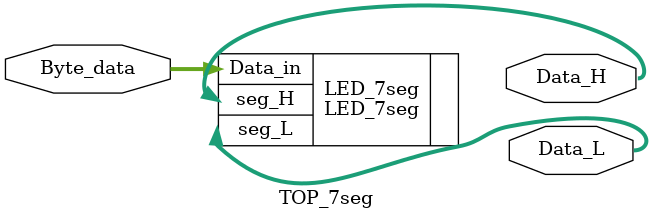
<source format=v>


module TOP_7seg(
				input [7:0] Byte_data,
				output [6:0] Data_H, Data_L
				);

LED_7seg LED_7seg(					
			.Data_in	(Byte_data),			
			.seg_H		(Data_H), 
			.seg_L		(Data_L)
			);
endmodule

</source>
